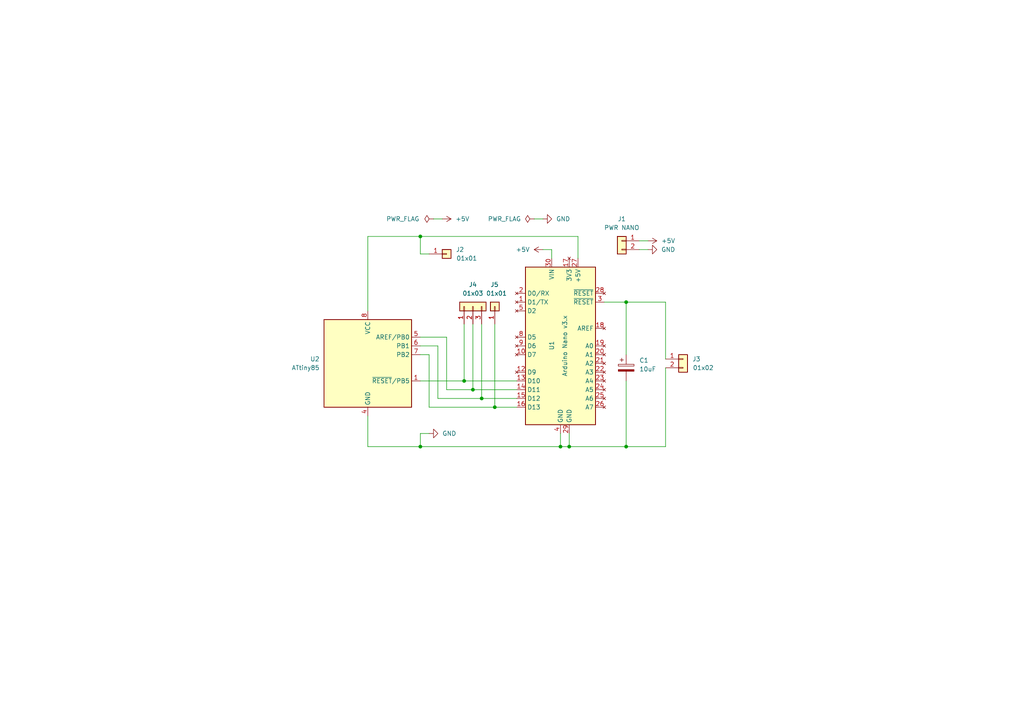
<source format=kicad_sch>
(kicad_sch (version 20211123) (generator eeschema)
  (paper "A4")
  (lib_symbols
    (symbol "Connector_Generic:Conn_01x01" (pin_names (offset 1.016) hide)
      (property "Reference" "J" (at 0 2.54 0))
      (property "Value" "Conn_01x01" (at 0 -2.54 0))
      (symbol "Conn_01x01_1_1"
        (rectangle (start -1.27 0.127) (end 0 -0.127) (stroke (width 0.1524)))
        (rectangle (start -1.27 1.27) (end 1.27 -1.27) (stroke (width 0.254)) (fill (type background)))
        (pin passive line (at -5.08 0 0) (length 3.81) (name "Pin_1") (number "1"))
      )
    )
    (symbol "Connector_Generic:Conn_01x02" (pin_names (offset 1.016) hide)
      (property "Reference" "J" (at 0 2.54 0))
      (property "Value" "Conn_01x02" (at 0 -5.08 0))
      (symbol "Conn_01x02_1_1"
        (rectangle (start -1.27 -2.413) (end 0 -2.667) (stroke (width 0.1524)))
        (rectangle (start -1.27 0.127) (end 0 -0.127) (stroke (width 0.1524)))
        (rectangle (start -1.27 1.27) (end 1.27 -3.81) (stroke (width 0.254)) (fill (type background)))
        (pin passive line (at -5.08 0 0) (length 3.81) (name "Pin_1") (number "1"))
        (pin passive line (at -5.08 -2.54 0) (length 3.81) (name "Pin_2") (number "2"))
      )
    )
    (symbol "Connector_Generic:Conn_01x03" (pin_names (offset 1.016) hide)
      (property "Reference" "J" (at 0 5.08 0))
      (property "Value" "Conn_01x03" (at 0 -5.08 0))
      (symbol "Conn_01x03_1_1"
        (rectangle (start -1.27 -2.413) (end 0 -2.667) (stroke (width 0.1524)))
        (rectangle (start -1.27 0.127) (end 0 -0.127) (stroke (width 0.1524)))
        (rectangle (start -1.27 2.667) (end 0 2.413) (stroke (width 0.1524)))
        (rectangle (start -1.27 3.81) (end 1.27 -3.81) (stroke (width 0.254)) (fill (type background)))
        (pin passive line (at -5.08 2.54 0) (length 3.81) (name "Pin_1") (number "1"))
        (pin passive line (at -5.08 0 0) (length 3.81) (name "Pin_2") (number "2"))
        (pin passive line (at -5.08 -2.54 0) (length 3.81) (name "Pin_3") (number "3"))
      )
    )
    (symbol "Device:C_Polarized" (pin_numbers hide) (pin_names (offset 0.254))
      (property "Reference" "C" (at 0.635 2.54 0))
      (property "Value" "C_Polarized" (at 0.635 -2.54 0))
      (symbol "C_Polarized_0_1"
        (rectangle (start -2.286 0.508) (end 2.286 1.016))
        (polyline (pts (xy -1.778 2.286) (xy -0.762 2.286)))
        (polyline (pts (xy -1.27 2.794) (xy -1.27 1.778)))
        (rectangle (start 2.286 -0.508) (end -2.286 -1.016) (fill (type outline)))
      )
      (symbol "C_Polarized_1_1"
        (pin passive line (at 0 3.81 270) (length 2.794) (name "~") (number "1"))
        (pin passive line (at 0 -3.81 90) (length 2.794) (name "~") (number "2"))
      )
    )
    (symbol "MCU_Microchip_ATtiny:ATtiny85-20P"
      (property "Reference" "U2" (at -13.97 1.2701 0))
      (property "Value" "ATtiny85" (at -13.97 -1.2699 0))
      (symbol "ATtiny85-20P_0_1"
        (rectangle (start -12.7 -12.7) (end 12.7 12.7) (stroke (width 0.254)) (fill (type background)))
      )
      (symbol "ATtiny85-20P_1_1"
        (pin bidirectional line (at 15.24 -5.08 180) (length 2.54) (name "~{RESET}/PB5") (number "1"))
        (pin power_in line (at 0 -15.24 90) (length 2.54) (name "GND") (number "4"))
        (pin bidirectional line (at 15.24 7.62 180) (length 2.54) (name "AREF/PB0") (number "5"))
        (pin bidirectional line (at 15.24 5.08 180) (length 2.54) (name "PB1") (number "6"))
        (pin bidirectional line (at 15.24 2.54 180) (length 2.54) (name "PB2") (number "7"))
        (pin power_in line (at 0 15.24 270) (length 2.54) (name "VCC") (number "8"))
      )
    )
    (symbol "MCU_Module:Arduino_Nano_v3.x"
      (property "Reference" "U1" (at -2.54 -1.27 90))
      (property "Value" "Arduino Nano v3.x" (at 1.27 -8.89 90))
      (symbol "Arduino_Nano_v3.x_0_1"
        (rectangle (start -10.16 22.86) (end 10.16 -22.86) (stroke (width 0.254)) (fill (type background)))
      )
      (symbol "Arduino_Nano_v3.x_1_1"
        (pin no_connect line (at -12.7 12.7 0) (length 2.54) (name "D1/TX") (number "1"))
        (pin no_connect line (at -12.7 -2.54 0) (length 2.54) (name "D7") (number "10"))
        (pin no_connect line (at -12.7 -7.62 0) (length 2.54) (name "D9") (number "12"))
        (pin bidirectional line (at -12.7 -10.16 0) (length 2.54) (name "D10") (number "13"))
        (pin bidirectional line (at -12.7 -12.7 0) (length 2.54) (name "D11") (number "14"))
        (pin bidirectional line (at -12.7 -15.24 0) (length 2.54) (name "D12") (number "15"))
        (pin bidirectional line (at -12.7 -17.78 0) (length 2.54) (name "D13") (number "16"))
        (pin no_connect line (at 2.54 25.4 270) (length 2.54) (name "3V3") (number "17"))
        (pin no_connect line (at 12.7 5.08 180) (length 2.54) (name "AREF") (number "18"))
        (pin no_connect line (at 12.7 0 180) (length 2.54) (name "A0") (number "19"))
        (pin no_connect line (at -12.7 15.24 0) (length 2.54) (name "D0/RX") (number "2"))
        (pin no_connect line (at 12.7 -2.54 180) (length 2.54) (name "A1") (number "20"))
        (pin no_connect line (at 12.7 -5.08 180) (length 2.54) (name "A2") (number "21"))
        (pin no_connect line (at 12.7 -7.62 180) (length 2.54) (name "A3") (number "22"))
        (pin no_connect line (at 12.7 -10.16 180) (length 2.54) (name "A4") (number "23"))
        (pin no_connect line (at 12.7 -12.7 180) (length 2.54) (name "A5") (number "24"))
        (pin no_connect line (at 12.7 -15.24 180) (length 2.54) (name "A6") (number "25"))
        (pin no_connect line (at 12.7 -17.78 180) (length 2.54) (name "A7") (number "26"))
        (pin power_out line (at 5.08 25.4 270) (length 2.54) (name "+5V") (number "27"))
        (pin no_connect line (at 12.7 15.24 180) (length 2.54) (name "~{RESET}") (number "28"))
        (pin power_in line (at 2.54 -25.4 90) (length 2.54) (name "GND") (number "29"))
        (pin input line (at 12.7 12.7 180) (length 2.54) (name "~{RESET}") (number "3"))
        (pin power_in line (at -2.54 25.4 270) (length 2.54) (name "VIN") (number "30"))
        (pin power_in line (at 0 -25.4 90) (length 2.54) (name "GND") (number "4"))
        (pin no_connect line (at -12.7 10.16 0) (length 2.54) (name "D2") (number "5"))
        (pin no_connect line (at -12.7 2.54 0) (length 2.54) (name "D5") (number "8"))
        (pin no_connect line (at -12.7 0 0) (length 2.54) (name "D6") (number "9"))
      )
    )
    (symbol "power:+5V" (power) (pin_names (offset 0))
      (property "Value" "+5V" (at 0 3.556 0))
      (symbol "+5V_0_1"
        (polyline (pts (xy -0.762 1.27) (xy 0 2.54)))
        (polyline (pts (xy 0 0) (xy 0 2.54)))
        (polyline (pts (xy 0 2.54) (xy 0.762 1.27)))
      )
      (symbol "+5V_1_1"
        (pin power_in line (at 0 0 90) (length 0) hide (name "+5V") (number "1"))
      )
    )
    (symbol "power:GND" (power) (pin_names (offset 0))
      (property "Value" "GND" (at 0 -3.81 0))
      (symbol "GND_0_1"
        (polyline (pts (xy 0 0) (xy 0 -1.27) (xy 1.27 -1.27) (xy 0 -2.54) (xy -1.27 -1.27) (xy 0 -1.27)))
      )
      (symbol "GND_1_1"
        (pin power_in line (at 0 0 270) (length 0) hide (name "GND") (number "1"))
      )
    )
    (symbol "power:PWR_FLAG" (power) (pin_numbers hide) (pin_names (offset 0) hide)
      (property "Value" "PWR_FLAG" (at 0 3.81 0))
      (symbol "PWR_FLAG_0_0"
        (pin power_out line (at 0 0 90) (length 0) (name "pwr") (number "1"))
      )
      (symbol "PWR_FLAG_0_1"
        (polyline (pts (xy 0 0) (xy 0 1.27) (xy -1.016 1.905) (xy 0 2.54) (xy 1.016 1.905) (xy 0 1.27)))
      )
    )
  )
  (junction (at 121.92 129.54))
  (junction (at 162.56 129.54))
  (junction (at 134.62 110.49))
  (junction (at 181.61 129.54))
  (junction (at 121.92 68.58))
  (junction (at 181.61 87.63))
  (junction (at 139.7 115.57))
  (junction (at 137.16 113.03))
  (junction (at 143.51 118.11))
  (junction (at 165.1 129.54))
  (wire (pts (xy 121.92 110.49) (xy 134.62 110.49)))
  (wire (pts (xy 121.92 129.54) (xy 162.56 129.54)))
  (wire (pts (xy 165.1 125.73) (xy 165.1 129.54)))
  (wire (pts (xy 139.7 93.98) (xy 139.7 115.57)))
  (wire (pts (xy 137.16 93.98) (xy 137.16 113.03)))
  (wire (pts (xy 181.61 110.49) (xy 181.61 129.54)))
  (wire (pts (xy 143.51 93.98) (xy 143.51 118.11)))
  (wire (pts (xy 121.92 68.58) (xy 121.92 73.66)))
  (wire (pts (xy 181.61 87.63) (xy 181.61 102.87)))
  (wire (pts (xy 160.02 72.39) (xy 160.02 74.93)))
  (wire (pts (xy 193.04 87.63) (xy 181.61 87.63)))
  (wire (pts (xy 185.42 72.39) (xy 187.96 72.39)))
  (wire (pts (xy 129.54 113.03) (xy 137.16 113.03)))
  (wire (pts (xy 124.46 125.73) (xy 121.92 125.73)))
  (wire (pts (xy 134.62 93.98) (xy 134.62 110.49)))
  (wire (pts (xy 137.16 113.03) (xy 149.86 113.03)))
  (wire (pts (xy 157.48 72.39) (xy 160.02 72.39)))
  (wire (pts (xy 106.68 68.58) (xy 121.92 68.58)))
  (wire (pts (xy 134.62 110.49) (xy 149.86 110.49)))
  (wire (pts (xy 167.64 68.58) (xy 167.64 74.93)))
  (wire (pts (xy 106.68 68.58) (xy 106.68 90.17)))
  (wire (pts (xy 185.42 69.85) (xy 187.96 69.85)))
  (wire (pts (xy 124.46 118.11) (xy 143.51 118.11)))
  (wire (pts (xy 139.7 115.57) (xy 149.86 115.57)))
  (wire (pts (xy 193.04 106.68) (xy 193.04 129.54)))
  (wire (pts (xy 121.92 102.87) (xy 124.46 102.87)))
  (wire (pts (xy 125.73 63.5) (xy 128.27 63.5)))
  (wire (pts (xy 121.92 125.73) (xy 121.92 129.54)))
  (wire (pts (xy 106.68 129.54) (xy 121.92 129.54)))
  (wire (pts (xy 127 100.33) (xy 127 115.57)))
  (wire (pts (xy 127 115.57) (xy 139.7 115.57)))
  (wire (pts (xy 106.68 120.65) (xy 106.68 129.54)))
  (wire (pts (xy 124.46 73.66) (xy 121.92 73.66)))
  (wire (pts (xy 121.92 100.33) (xy 127 100.33)))
  (wire (pts (xy 165.1 129.54) (xy 181.61 129.54)))
  (wire (pts (xy 121.92 97.79) (xy 129.54 97.79)))
  (wire (pts (xy 154.94 63.5) (xy 157.48 63.5)))
  (wire (pts (xy 129.54 97.79) (xy 129.54 113.03)))
  (wire (pts (xy 143.51 118.11) (xy 149.86 118.11)))
  (wire (pts (xy 193.04 129.54) (xy 181.61 129.54)))
  (wire (pts (xy 124.46 102.87) (xy 124.46 118.11)))
  (wire (pts (xy 193.04 104.14) (xy 193.04 87.63)))
  (wire (pts (xy 162.56 129.54) (xy 165.1 129.54)))
  (wire (pts (xy 162.56 125.73) (xy 162.56 129.54)))
  (wire (pts (xy 175.26 87.63) (xy 181.61 87.63)))
  (wire (pts (xy 121.92 68.58) (xy 167.64 68.58)))
  (symbol (lib_id "Connector_Generic:Conn_01x01") (at 143.51 88.9 90) (unit 1)
    (property "Reference" "J5" (at 142.24 82.55 90) (effects (justify right)))
    (property "Value" "01x01" (at 140.97 85.09 90) (effects (justify right)))
    (property "Footprint" "Connector_PinHeader_2.54mm:PinHeader_1x01_P2.54mm_Vertical" (effects hide))
  )
  (symbol (lib_id "power:GND") (at 124.46 125.73 90) (unit 1)
    (property "Reference" "#PWR02" (effects hide))
    (property "Value" "GND" (at 128.27 125.7299 90) (effects (justify right)))
  )
  (symbol (lib_id "power:+5V") (at 157.48 72.39 90) (unit 1)
    (property "Reference" "#PWR04" (effects hide))
    (property "Value" "+5V" (at 153.67 72.39 90) (effects (justify left)))
  )
  (symbol (lib_id "Connector_Generic:Conn_01x01") (at 129.54 73.66 0) (unit 1)
    (property "Reference" "J2" (at 134.62 72.39 0) (effects (justify right)))
    (property "Value" "01x01" (at 138.43 74.93 0) (effects (justify right)))
    (property "Footprint" "Connector_PinHeader_2.54mm:PinHeader_1x01_P2.54mm_Vertical" (effects hide))
  )
  (symbol (lib_id "power:PWR_FLAG") (at 154.94 63.5 90) (unit 1)
    (property "Reference" "#FLG02" (effects hide))
    (property "Value" "PWR_FLAG" (at 151.13 63.5 90) (effects (justify left)))
  )
  (symbol (lib_id "power:+5V") (at 187.96 69.85 270) (unit 1)
    (property "Reference" "#PWR05" (effects hide))
    (property "Value" "+5V" (at 191.77 69.85 90) (effects (justify left)))
  )
  (symbol (lib_id "power:PWR_FLAG") (at 125.73 63.5 90) (unit 1)
    (property "Reference" "#FLG01" (effects hide))
    (property "Value" "PWR_FLAG" (at 116.84 63.5 90))
  )
  (symbol (lib_id "Connector_Generic:Conn_01x03") (at 137.16 88.9 90) (unit 1)
    (property "Reference" "J4" (at 137.16 82.55 90))
    (property "Value" "01x03" (at 137.16 85.09 90))
    (property "Footprint" "Connector_PinHeader_2.54mm:PinHeader_1x03_P2.54mm_Vertical" (effects hide))
  )
  (symbol (lib_id "Connector_Generic:Conn_01x02") (at 198.12 104.14 0) (unit 1)
    (property "Reference" "J3" (at 203.2 104.14 0) (effects (justify right)))
    (property "Value" "01x02" (at 207.01 106.68 0) (effects (justify right)))
    (property "Footprint" "Connector_PinHeader_2.54mm:PinHeader_1x02_P2.54mm_Vertical" (effects hide))
  )
  (symbol (lib_id "MCU_Module:Arduino_Nano_v3.x") (at 162.56 100.33 0) (unit 1)
    (property "Reference" "U1" (at 160.02 101.6 90) (effects (justify left)))
    (property "Value" "Arduino Nano v3.x" (at 163.83 109.22 90) (effects (justify left)))
    (property "Footprint" "Module:Arduino_Nano" (effects hide))
    (property "Datasheet" "http://www.mouser.com/pdfdocs/Gravitech_Arduino_Nano3_0.pdf" (effects hide))
  )
  (symbol (lib_id "Device:C_Polarized") (at 181.61 106.68 0) (unit 1)
    (property "Reference" "C1" (at 185.42 104.5209 0) (effects (justify left)))
    (property "Value" "10uF" (at 185.42 107.0609 0) (effects (justify left)))
    (property "Footprint" "Capacitor_THT:CP_Radial_D5.0mm_P2.50mm" (effects hide))
  )
  (symbol (lib_id "power:GND") (at 187.96 72.39 90) (unit 1)
    (property "Reference" "#PWR06" (effects hide))
    (property "Value" "GND" (at 191.77 72.39 90) (effects (justify right)))
  )
  (symbol (lib_id "MCU_Microchip_ATtiny:ATtiny85-20P") (at 106.68 105.41 0) (unit 1)
    (property "Reference" "U2" (at 92.71 104.1399 0) (effects (justify right)))
    (property "Value" "ATtiny85" (at 92.71 106.6799 0) (effects (justify right)))
    (property "Footprint" "Package_DIP:DIP-8_W7.62mm" (effects hide))
    (property "Datasheet" "http://ww1.microchip.com/downloads/en/DeviceDoc/atmel-2586-avr-8-bit-microcontroller-attiny25-attiny45-attiny85_datasheet.pdf" (effects hide))
  )
  (symbol (lib_id "power:+5V") (at 128.27 63.5 270) (unit 1)
    (property "Reference" "#PWR01" (effects hide))
    (property "Value" "+5V" (at 132.08 63.5 90) (effects (justify left)))
  )
  (symbol (lib_id "power:GND") (at 157.48 63.5 90) (unit 1)
    (property "Reference" "#PWR03" (effects hide))
    (property "Value" "GND" (at 161.29 63.5 90) (effects (justify right)))
  )
  (symbol (lib_id "Connector_Generic:Conn_01x02") (at 180.34 69.85 0) (mirror y) (unit 1)
    (property "Reference" "J1" (at 180.34 63.5 0))
    (property "Value" "PWR NANO" (at 180.34 66.04 0))
    (property "Footprint" "Connector_PinHeader_2.54mm:PinHeader_1x02_P2.54mm_Vertical" (effects hide))
  )
)
</source>
